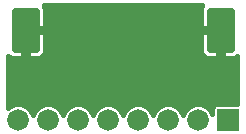
<source format=gbl>
G75*
G70*
%OFA0B0*%
%FSLAX24Y24*%
%IPPOS*%
%LPD*%
%AMOC8*
5,1,8,0,0,1.08239X$1,22.5*
%
%ADD10R,0.0720X0.0720*%
%ADD11C,0.0720*%
%ADD12C,0.0236*%
%ADD13C,0.0160*%
%ADD14C,0.0400*%
D10*
X007681Y001675D03*
D11*
X000681Y001675D03*
X001681Y001675D03*
X002681Y001675D03*
X003681Y001675D03*
X004681Y001675D03*
X005681Y001675D03*
X006681Y001675D03*
D12*
X007785Y004026D02*
X007785Y005324D01*
X007785Y004026D02*
X007077Y004026D01*
X007077Y005324D01*
X007785Y005324D01*
X007785Y004261D02*
X007077Y004261D01*
X007077Y004496D02*
X007785Y004496D01*
X007785Y004731D02*
X007077Y004731D01*
X007077Y004966D02*
X007785Y004966D01*
X007785Y005201D02*
X007077Y005201D01*
X000577Y005324D02*
X000577Y004026D01*
X000577Y005324D02*
X001285Y005324D01*
X001285Y004026D01*
X000577Y004026D01*
X000577Y004261D02*
X001285Y004261D01*
X001285Y004496D02*
X000577Y004496D01*
X000577Y004731D02*
X001285Y004731D01*
X001285Y004966D02*
X000577Y004966D01*
X000577Y005201D02*
X001285Y005201D01*
D13*
X001584Y005124D02*
X006779Y005124D01*
X006779Y005282D02*
X001584Y005282D01*
X001584Y005384D02*
X001538Y005494D01*
X001537Y005495D01*
X006826Y005495D01*
X006824Y005494D01*
X006779Y005384D01*
X006779Y004755D01*
X007351Y004755D01*
X007351Y004595D01*
X006779Y004595D01*
X006779Y003966D01*
X006824Y003857D01*
X006908Y003773D01*
X007018Y003728D01*
X007351Y003728D01*
X007351Y004595D01*
X007511Y004595D01*
X007511Y003728D01*
X007845Y003728D01*
X007955Y003773D01*
X008001Y003820D01*
X008001Y002195D01*
X007255Y002195D01*
X007161Y002102D01*
X007161Y001875D01*
X007122Y001970D01*
X006976Y002116D01*
X006785Y002195D01*
X006578Y002195D01*
X006387Y002116D01*
X006241Y001970D01*
X006181Y001827D01*
X006122Y001970D01*
X005976Y002116D01*
X005785Y002195D01*
X005578Y002195D01*
X005387Y002116D01*
X005241Y001970D01*
X005181Y001827D01*
X005122Y001970D01*
X004976Y002116D01*
X004785Y002195D01*
X004578Y002195D01*
X004387Y002116D01*
X004241Y001970D01*
X004181Y001827D01*
X004122Y001970D01*
X003976Y002116D01*
X003785Y002195D01*
X003578Y002195D01*
X003387Y002116D01*
X003241Y001970D01*
X003181Y001827D01*
X003122Y001970D01*
X002976Y002116D01*
X002785Y002195D01*
X002578Y002195D01*
X002387Y002116D01*
X002241Y001970D01*
X002181Y001827D01*
X002122Y001970D01*
X001976Y002116D01*
X001785Y002195D01*
X001578Y002195D01*
X001387Y002116D01*
X001241Y001970D01*
X001181Y001827D01*
X001122Y001970D01*
X000976Y002116D01*
X000785Y002195D01*
X000578Y002195D01*
X000387Y002116D01*
X000361Y002091D01*
X000361Y003820D01*
X000408Y003773D01*
X000518Y003728D01*
X000851Y003728D01*
X000851Y004595D01*
X001011Y004595D01*
X001011Y003728D01*
X001345Y003728D01*
X001455Y003773D01*
X001538Y003857D01*
X001584Y003966D01*
X001584Y004595D01*
X001012Y004595D01*
X001012Y004755D01*
X001584Y004755D01*
X001584Y005384D01*
X001560Y005441D02*
X006802Y005441D01*
X006779Y004965D02*
X001584Y004965D01*
X001584Y004807D02*
X006779Y004807D01*
X006779Y004490D02*
X001584Y004490D01*
X001584Y004331D02*
X006779Y004331D01*
X006779Y004173D02*
X001584Y004173D01*
X001584Y004014D02*
X006779Y004014D01*
X006826Y003855D02*
X001537Y003855D01*
X001011Y003855D02*
X000851Y003855D01*
X000851Y004014D02*
X001011Y004014D01*
X001011Y004173D02*
X000851Y004173D01*
X000851Y004331D02*
X001011Y004331D01*
X001011Y004490D02*
X000851Y004490D01*
X001012Y004648D02*
X007351Y004648D01*
X007351Y004490D02*
X007511Y004490D01*
X007511Y004331D02*
X007351Y004331D01*
X007351Y004173D02*
X007511Y004173D01*
X007511Y004014D02*
X007351Y004014D01*
X007351Y003855D02*
X007511Y003855D01*
X008001Y003697D02*
X000361Y003697D01*
X000361Y003538D02*
X008001Y003538D01*
X008001Y003380D02*
X000361Y003380D01*
X000361Y003221D02*
X008001Y003221D01*
X008001Y003063D02*
X000361Y003063D01*
X000361Y002904D02*
X008001Y002904D01*
X008001Y002746D02*
X000361Y002746D01*
X000361Y002587D02*
X008001Y002587D01*
X008001Y002429D02*
X000361Y002429D01*
X000361Y002270D02*
X008001Y002270D01*
X007171Y002111D02*
X006981Y002111D01*
X007129Y001953D02*
X007161Y001953D01*
X006382Y002111D02*
X005981Y002111D01*
X006129Y001953D02*
X006234Y001953D01*
X005382Y002111D02*
X004981Y002111D01*
X005129Y001953D02*
X005234Y001953D01*
X004382Y002111D02*
X003981Y002111D01*
X004129Y001953D02*
X004234Y001953D01*
X003382Y002111D02*
X002981Y002111D01*
X003129Y001953D02*
X003234Y001953D01*
X002382Y002111D02*
X001981Y002111D01*
X002129Y001953D02*
X002234Y001953D01*
X001382Y002111D02*
X000981Y002111D01*
X001129Y001953D02*
X001234Y001953D01*
X000382Y002111D02*
X000361Y002111D01*
D14*
X007181Y003550D03*
M02*

</source>
